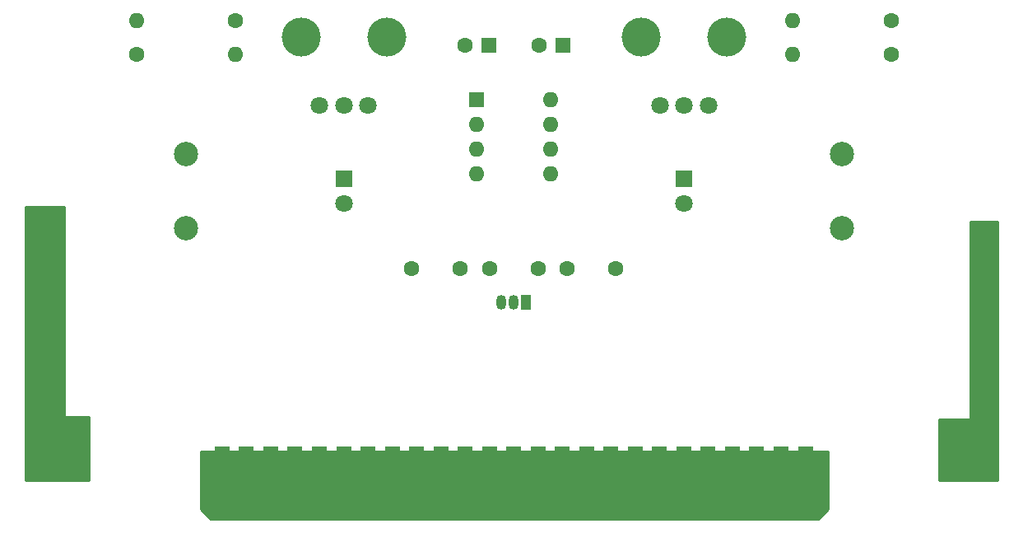
<source format=gbr>
G04 #@! TF.GenerationSoftware,KiCad,Pcbnew,(5.1.7)-1*
G04 #@! TF.CreationDate,2021-05-15T22:17:38-05:00*
G04 #@! TF.ProjectId,ConsolePedalLM386,436f6e73-6f6c-4655-9065-64616c4c4d33,rev?*
G04 #@! TF.SameCoordinates,Original*
G04 #@! TF.FileFunction,Soldermask,Bot*
G04 #@! TF.FilePolarity,Negative*
%FSLAX46Y46*%
G04 Gerber Fmt 4.6, Leading zero omitted, Abs format (unit mm)*
G04 Created by KiCad (PCBNEW (5.1.7)-1) date 2021-05-15 22:17:38*
%MOMM*%
%LPD*%
G01*
G04 APERTURE LIST*
%ADD10R,1.800000X1.800000*%
%ADD11C,1.800000*%
%ADD12R,1.500000X7.000000*%
%ADD13C,5.000000*%
%ADD14C,1.600000*%
%ADD15O,1.600000X1.600000*%
%ADD16C,2.500000*%
%ADD17O,1.050000X1.500000*%
%ADD18R,1.050000X1.500000*%
%ADD19C,4.000000*%
%ADD20R,1.600000X1.600000*%
%ADD21C,0.254000*%
%ADD22C,0.100000*%
G04 APERTURE END LIST*
D10*
G04 #@! TO.C,D1*
X115250000Y-95000000D03*
D11*
X115250000Y-97540000D03*
G04 #@! TD*
G04 #@! TO.C,D2*
X150250000Y-97540000D03*
D10*
X150250000Y-95000000D03*
G04 #@! TD*
D12*
G04 #@! TO.C,J1*
X102715000Y-126000000D03*
X105215000Y-126000000D03*
X107715000Y-126000000D03*
X110215000Y-126000000D03*
X112715000Y-126000000D03*
X115215000Y-126000000D03*
X117715000Y-126000000D03*
X120215000Y-126000000D03*
X122715000Y-126000000D03*
X125215000Y-126000000D03*
X127715000Y-126000000D03*
X130215000Y-126000000D03*
X132715000Y-126000000D03*
X135215000Y-126000000D03*
X137715000Y-126000000D03*
X140215000Y-126000000D03*
X142715000Y-126000000D03*
X145215000Y-126000000D03*
X147715000Y-126000000D03*
X150215000Y-126000000D03*
X152715000Y-126000000D03*
X155215000Y-126000000D03*
X157715000Y-126000000D03*
X160215000Y-126000000D03*
X162715000Y-126000000D03*
G04 #@! TD*
D13*
G04 #@! TO.C,H1*
X85350000Y-122600000D03*
G04 #@! TD*
G04 #@! TO.C,H2*
X180150000Y-122600000D03*
G04 #@! TD*
D14*
G04 #@! TO.C,R3*
X171580000Y-78750000D03*
D15*
X161420000Y-78750000D03*
G04 #@! TD*
D14*
G04 #@! TO.C,C2*
X130215000Y-104286000D03*
X135215000Y-104286000D03*
G04 #@! TD*
G04 #@! TO.C,C3*
X143215000Y-104286000D03*
X138215000Y-104286000D03*
G04 #@! TD*
G04 #@! TO.C,C4*
X127215000Y-104286000D03*
X122215000Y-104286000D03*
G04 #@! TD*
D16*
G04 #@! TO.C,LS1*
X99000000Y-100070000D03*
X99000000Y-92470000D03*
G04 #@! TD*
G04 #@! TO.C,LS2*
X166500000Y-92470000D03*
X166500000Y-100070000D03*
G04 #@! TD*
D17*
G04 #@! TO.C,Q1*
X132715000Y-107696000D03*
X131445000Y-107696000D03*
D18*
X133985000Y-107696000D03*
G04 #@! TD*
D15*
G04 #@! TO.C,R1*
X161420000Y-82250000D03*
D14*
X171580000Y-82250000D03*
G04 #@! TD*
G04 #@! TO.C,R4*
X104080000Y-78750000D03*
D15*
X93920000Y-78750000D03*
G04 #@! TD*
D14*
G04 #@! TO.C,R5*
X93920000Y-82250000D03*
D15*
X104080000Y-82250000D03*
G04 #@! TD*
D11*
G04 #@! TO.C,RV1*
X112750000Y-87500000D03*
X115250000Y-87500000D03*
X117750000Y-87500000D03*
D19*
X110850000Y-80500000D03*
X119650000Y-80500000D03*
G04 #@! TD*
G04 #@! TO.C,RV2*
X154650000Y-80500000D03*
X145850000Y-80500000D03*
D11*
X152750000Y-87500000D03*
X150250000Y-87500000D03*
X147750000Y-87500000D03*
G04 #@! TD*
D20*
G04 #@! TO.C,U1*
X128905000Y-86868000D03*
D15*
X136525000Y-94488000D03*
X128905000Y-89408000D03*
X136525000Y-91948000D03*
X128905000Y-91948000D03*
X136525000Y-89408000D03*
X128905000Y-94488000D03*
X136525000Y-86868000D03*
G04 #@! TD*
D14*
G04 #@! TO.C,C1*
X135295000Y-81280000D03*
D20*
X137795000Y-81280000D03*
G04 #@! TD*
G04 #@! TO.C,C5*
X130195000Y-81280000D03*
D14*
X127695000Y-81280000D03*
G04 #@! TD*
D21*
X165000000Y-129000000D02*
X164000000Y-130000000D01*
X101500000Y-130000000D01*
X100500000Y-129000000D01*
X100500000Y-123063000D01*
X165000000Y-123063000D01*
X165000000Y-129000000D01*
D22*
G36*
X165000000Y-129000000D02*
G01*
X164000000Y-130000000D01*
X101500000Y-130000000D01*
X100500000Y-129000000D01*
X100500000Y-123063000D01*
X165000000Y-123063000D01*
X165000000Y-129000000D01*
G37*
D21*
X86487000Y-119380000D02*
X86489440Y-119404776D01*
X86496667Y-119428601D01*
X86508403Y-119450557D01*
X86524197Y-119469803D01*
X86543443Y-119485597D01*
X86565399Y-119497333D01*
X86589224Y-119504560D01*
X86614000Y-119507000D01*
X89000000Y-119507000D01*
X89000000Y-126000000D01*
X82500000Y-126000000D01*
X82500000Y-97917000D01*
X86487000Y-97917000D01*
X86487000Y-119380000D01*
D22*
G36*
X86487000Y-119380000D02*
G01*
X86489440Y-119404776D01*
X86496667Y-119428601D01*
X86508403Y-119450557D01*
X86524197Y-119469803D01*
X86543443Y-119485597D01*
X86565399Y-119497333D01*
X86589224Y-119504560D01*
X86614000Y-119507000D01*
X89000000Y-119507000D01*
X89000000Y-126000000D01*
X82500000Y-126000000D01*
X82500000Y-97917000D01*
X86487000Y-97917000D01*
X86487000Y-119380000D01*
G37*
D21*
X182499000Y-126000000D02*
X176500000Y-126000000D01*
X176500000Y-119761000D01*
X179578000Y-119761000D01*
X179602776Y-119758560D01*
X179626601Y-119751333D01*
X179648557Y-119739597D01*
X179667803Y-119723803D01*
X179683597Y-119704557D01*
X179695333Y-119682601D01*
X179702560Y-119658776D01*
X179705000Y-119634000D01*
X179705000Y-99441000D01*
X182499000Y-99441000D01*
X182499000Y-126000000D01*
D22*
G36*
X182499000Y-126000000D02*
G01*
X176500000Y-126000000D01*
X176500000Y-119761000D01*
X179578000Y-119761000D01*
X179602776Y-119758560D01*
X179626601Y-119751333D01*
X179648557Y-119739597D01*
X179667803Y-119723803D01*
X179683597Y-119704557D01*
X179695333Y-119682601D01*
X179702560Y-119658776D01*
X179705000Y-119634000D01*
X179705000Y-99441000D01*
X182499000Y-99441000D01*
X182499000Y-126000000D01*
G37*
M02*

</source>
